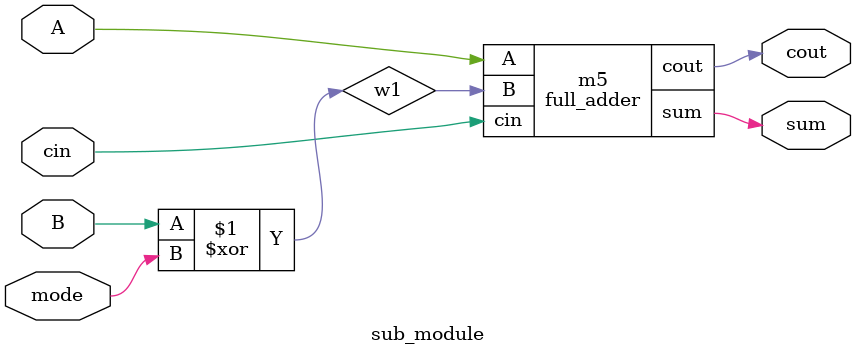
<source format=v>
`timescale 1ns / 1ps


module adder_subtractor_circuit(A,B,mode,sum,cout);
  input [3:0]A,B;
  input mode;
  output [3:0]sum;
  output cout;
  
  wire [2:0]w;
  
  sub_module m1(.A(A[0]),.B(B[0]),.mode(mode),.cin(mode),.sum(sum[0]),.cout(w[0]));
  sub_module m2(.A(A[1]),.B(B[1]),.mode(mode),.cin(w[0]),.sum(sum[1]),.cout(w[1]));
  sub_module m3(.A(A[2]),.B(B[2]),.mode(mode),.cin(w[1]),.sum(sum[2]),.cout(w[2]));
  sub_module m4(.A(A[3]),.B(B[3]),.mode(mode),.cin(w[2]),.sum(sum[3]),.cout(cout));
  
endmodule

module full_adder(A,B,cin,sum,cout);
  input A,B,cin;
  output sum,cout;
  
  assign sum = A ^ B ^ cin;
  assign cout = (( A & B) | cin&(A ^ B));
endmodule

module sub_module(A,B,cin,mode,sum,cout);
  input A,B,cin;
  input mode;
  output sum,cout;
  
  wire w1;
  
  xor m1(w1,B,mode);
  
  full_adder m5(.A(A),.B(w1),.cin(cin),.sum(sum),.cout(cout));
endmodule
</source>
